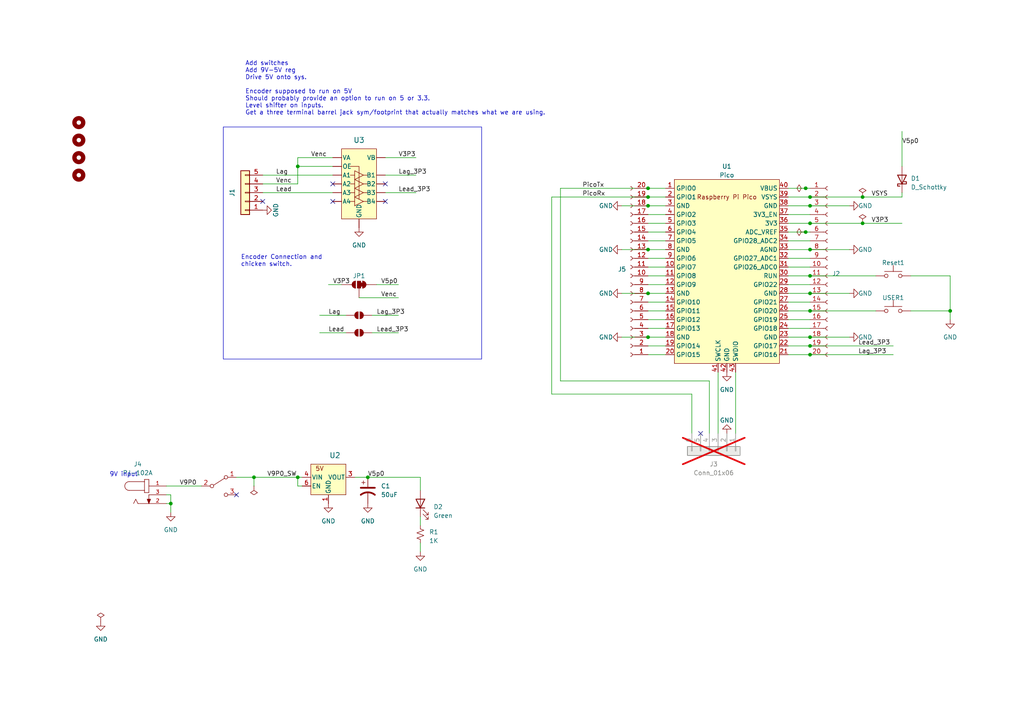
<source format=kicad_sch>
(kicad_sch (version 20230121) (generator eeschema)
  (paper "A4")
  (lib_symbols
    (symbol "Connector:Conn_01x20_Socket" (pin_names (offset 1.016) hide)
      (property "Reference" "J" (at 0 25.4 0))
      (property "Value" "Conn_01x20_Socket" (at 0 -27.94 0))
      (symbol "Conn_01x20_Socket_1_1"
        (arc (start 0 -24.892) (mid -0.5058 -25.4) (end 0 -25.908) (stroke (width 0.1524)))
        (arc (start 0 -22.352) (mid -0.5058 -22.86) (end 0 -23.368) (stroke (width 0.1524)))
        (arc (start 0 -19.812) (mid -0.5058 -20.32) (end 0 -20.828) (stroke (width 0.1524)))
        (arc (start 0 -17.272) (mid -0.5058 -17.78) (end 0 -18.288) (stroke (width 0.1524)))
        (arc (start 0 -14.732) (mid -0.5058 -15.24) (end 0 -15.748) (stroke (width 0.1524)))
        (arc (start 0 -12.192) (mid -0.5058 -12.7) (end 0 -13.208) (stroke (width 0.1524)))
        (arc (start 0 -9.652) (mid -0.5058 -10.16) (end 0 -10.668) (stroke (width 0.1524)))
        (arc (start 0 -7.112) (mid -0.5058 -7.62) (end 0 -8.128) (stroke (width 0.1524)))
        (arc (start 0 -4.572) (mid -0.5058 -5.08) (end 0 -5.588) (stroke (width 0.1524)))
        (arc (start 0 -2.032) (mid -0.5058 -2.54) (end 0 -3.048) (stroke (width 0.1524)))
        (polyline (pts (xy -1.27 -25.4) (xy -0.508 -25.4)) (stroke (width 0.1524)))
        (polyline (pts (xy -1.27 -22.86) (xy -0.508 -22.86)) (stroke (width 0.1524)))
        (polyline (pts (xy -1.27 -20.32) (xy -0.508 -20.32)) (stroke (width 0.1524)))
        (polyline (pts (xy -1.27 -17.78) (xy -0.508 -17.78)) (stroke (width 0.1524)))
        (polyline (pts (xy -1.27 -15.24) (xy -0.508 -15.24)) (stroke (width 0.1524)))
        (polyline (pts (xy -1.27 -12.7) (xy -0.508 -12.7)) (stroke (width 0.1524)))
        (polyline (pts (xy -1.27 -10.16) (xy -0.508 -10.16)) (stroke (width 0.1524)))
        (polyline (pts (xy -1.27 -7.62) (xy -0.508 -7.62)) (stroke (width 0.1524)))
        (polyline (pts (xy -1.27 -5.08) (xy -0.508 -5.08)) (stroke (width 0.1524)))
        (polyline (pts (xy -1.27 -2.54) (xy -0.508 -2.54)) (stroke (width 0.1524)))
        (polyline (pts (xy -1.27 0) (xy -0.508 0)) (stroke (width 0.1524)))
        (polyline (pts (xy -1.27 2.54) (xy -0.508 2.54)) (stroke (width 0.1524)))
        (polyline (pts (xy -1.27 5.08) (xy -0.508 5.08)) (stroke (width 0.1524)))
        (polyline (pts (xy -1.27 7.62) (xy -0.508 7.62)) (stroke (width 0.1524)))
        (polyline (pts (xy -1.27 10.16) (xy -0.508 10.16)) (stroke (width 0.1524)))
        (polyline (pts (xy -1.27 12.7) (xy -0.508 12.7)) (stroke (width 0.1524)))
        (polyline (pts (xy -1.27 15.24) (xy -0.508 15.24)) (stroke (width 0.1524)))
        (polyline (pts (xy -1.27 17.78) (xy -0.508 17.78)) (stroke (width 0.1524)))
        (polyline (pts (xy -1.27 20.32) (xy -0.508 20.32)) (stroke (width 0.1524)))
        (polyline (pts (xy -1.27 22.86) (xy -0.508 22.86)) (stroke (width 0.1524)))
        (arc (start 0 0.508) (mid -0.5058 0) (end 0 -0.508) (stroke (width 0.1524)))
        (arc (start 0 3.048) (mid -0.5058 2.54) (end 0 2.032) (stroke (width 0.1524)))
        (arc (start 0 5.588) (mid -0.5058 5.08) (end 0 4.572) (stroke (width 0.1524)))
        (arc (start 0 8.128) (mid -0.5058 7.62) (end 0 7.112) (stroke (width 0.1524)))
        (arc (start 0 10.668) (mid -0.5058 10.16) (end 0 9.652) (stroke (width 0.1524)))
        (arc (start 0 13.208) (mid -0.5058 12.7) (end 0 12.192) (stroke (width 0.1524)))
        (arc (start 0 15.748) (mid -0.5058 15.24) (end 0 14.732) (stroke (width 0.1524)))
        (arc (start 0 18.288) (mid -0.5058 17.78) (end 0 17.272) (stroke (width 0.1524)))
        (arc (start 0 20.828) (mid -0.5058 20.32) (end 0 19.812) (stroke (width 0.1524)))
        (arc (start 0 23.368) (mid -0.5058 22.86) (end 0 22.352) (stroke (width 0.1524)))
        (pin passive line (at -5.08 22.86 0) (length 3.81) (name "Pin_1") (number "1"))
        (pin passive line (at -5.08 0 0) (length 3.81) (name "Pin_10") (number "10"))
        (pin passive line (at -5.08 -2.54 0) (length 3.81) (name "Pin_11") (number "11"))
        (pin passive line (at -5.08 -5.08 0) (length 3.81) (name "Pin_12") (number "12"))
        (pin passive line (at -5.08 -7.62 0) (length 3.81) (name "Pin_13") (number "13"))
        (pin passive line (at -5.08 -10.16 0) (length 3.81) (name "Pin_14") (number "14"))
        (pin passive line (at -5.08 -12.7 0) (length 3.81) (name "Pin_15") (number "15"))
        (pin passive line (at -5.08 -15.24 0) (length 3.81) (name "Pin_16") (number "16"))
        (pin passive line (at -5.08 -17.78 0) (length 3.81) (name "Pin_17") (number "17"))
        (pin passive line (at -5.08 -20.32 0) (length 3.81) (name "Pin_18") (number "18"))
        (pin passive line (at -5.08 -22.86 0) (length 3.81) (name "Pin_19") (number "19"))
        (pin passive line (at -5.08 20.32 0) (length 3.81) (name "Pin_2") (number "2"))
        (pin passive line (at -5.08 -25.4 0) (length 3.81) (name "Pin_20") (number "20"))
        (pin passive line (at -5.08 17.78 0) (length 3.81) (name "Pin_3") (number "3"))
        (pin passive line (at -5.08 15.24 0) (length 3.81) (name "Pin_4") (number "4"))
        (pin passive line (at -5.08 12.7 0) (length 3.81) (name "Pin_5") (number "5"))
        (pin passive line (at -5.08 10.16 0) (length 3.81) (name "Pin_6") (number "6"))
        (pin passive line (at -5.08 7.62 0) (length 3.81) (name "Pin_7") (number "7"))
        (pin passive line (at -5.08 5.08 0) (length 3.81) (name "Pin_8") (number "8"))
        (pin passive line (at -5.08 2.54 0) (length 3.81) (name "Pin_9") (number "9"))
      )
    )
    (symbol "Connector_Generic:Conn_01x05" (pin_names (offset 1.016) hide)
      (property "Reference" "J" (at 0 7.62 0))
      (property "Value" "Conn_01x05" (at 0 -7.62 0))
      (symbol "Conn_01x05_1_1"
        (rectangle (start -1.27 -4.953) (end 0 -5.207) (stroke (width 0.1524)))
        (rectangle (start -1.27 -2.413) (end 0 -2.667) (stroke (width 0.1524)))
        (rectangle (start -1.27 0.127) (end 0 -0.127) (stroke (width 0.1524)))
        (rectangle (start -1.27 2.667) (end 0 2.413) (stroke (width 0.1524)))
        (rectangle (start -1.27 5.207) (end 0 4.953) (stroke (width 0.1524)))
        (rectangle (start -1.27 6.35) (end 1.27 -6.35) (stroke (width 0.254)) (fill (type background)))
        (pin passive line (at -5.08 5.08 0) (length 3.81) (name "Pin_1") (number "1"))
        (pin passive line (at -5.08 2.54 0) (length 3.81) (name "Pin_2") (number "2"))
        (pin passive line (at -5.08 0 0) (length 3.81) (name "Pin_3") (number "3"))
        (pin passive line (at -5.08 -2.54 0) (length 3.81) (name "Pin_4") (number "4"))
        (pin passive line (at -5.08 -5.08 0) (length 3.81) (name "Pin_5") (number "5"))
      )
    )
    (symbol "Connector_Generic:Conn_01x06" (pin_names (offset 1.016) hide)
      (property "Reference" "J" (at 0 7.62 0))
      (property "Value" "Conn_01x06" (at 0 -10.16 0))
      (symbol "Conn_01x06_1_1"
        (rectangle (start -1.27 -7.493) (end 0 -7.747) (stroke (width 0.1524)))
        (rectangle (start -1.27 -4.953) (end 0 -5.207) (stroke (width 0.1524)))
        (rectangle (start -1.27 -2.413) (end 0 -2.667) (stroke (width 0.1524)))
        (rectangle (start -1.27 0.127) (end 0 -0.127) (stroke (width 0.1524)))
        (rectangle (start -1.27 2.667) (end 0 2.413) (stroke (width 0.1524)))
        (rectangle (start -1.27 5.207) (end 0 4.953) (stroke (width 0.1524)))
        (rectangle (start -1.27 6.35) (end 1.27 -8.89) (stroke (width 0.254)) (fill (type background)))
        (pin passive line (at -5.08 5.08 0) (length 3.81) (name "Pin_1") (number "1"))
        (pin passive line (at -5.08 2.54 0) (length 3.81) (name "Pin_2") (number "2"))
        (pin passive line (at -5.08 0 0) (length 3.81) (name "Pin_3") (number "3"))
        (pin passive line (at -5.08 -2.54 0) (length 3.81) (name "Pin_4") (number "4"))
        (pin passive line (at -5.08 -5.08 0) (length 3.81) (name "Pin_5") (number "5"))
        (pin passive line (at -5.08 -7.62 0) (length 3.81) (name "Pin_6") (number "6"))
      )
    )
    (symbol "Device:C_Polarized_US" (pin_numbers hide) (pin_names (offset 0.254) hide)
      (property "Reference" "C" (at 0.635 2.54 0))
      (property "Value" "C_Polarized_US" (at 0.635 -2.54 0))
      (symbol "C_Polarized_US_0_1"
        (polyline (pts (xy -2.032 0.762) (xy 2.032 0.762)) (stroke (width 0.508)))
        (polyline (pts (xy -1.778 2.286) (xy -0.762 2.286)))
        (polyline (pts (xy -1.27 1.778) (xy -1.27 2.794)))
        (arc (start 2.032 -1.27) (mid 0 -0.5572) (end -2.032 -1.27) (stroke (width 0.508)))
      )
      (symbol "C_Polarized_US_1_1"
        (pin passive line (at 0 3.81 270) (length 2.794) (name "~") (number "1"))
        (pin passive line (at 0 -3.81 90) (length 3.302) (name "~") (number "2"))
      )
    )
    (symbol "Device:D_Schottky" (pin_numbers hide) (pin_names (offset 1.016) hide)
      (property "Reference" "D" (at 0 2.54 0))
      (property "Value" "D_Schottky" (at 0 -2.54 0))
      (symbol "D_Schottky_0_1"
        (polyline (pts (xy 1.27 0) (xy -1.27 0)))
        (polyline (pts (xy 1.27 1.27) (xy 1.27 -1.27) (xy -1.27 0) (xy 1.27 1.27)) (stroke (width 0.254)))
        (polyline (pts (xy -1.905 0.635) (xy -1.905 1.27) (xy -1.27 1.27) (xy -1.27 -1.27) (xy -0.635 -1.27) (xy -0.635 -0.635)) (stroke (width 0.254)))
      )
      (symbol "D_Schottky_1_1"
        (pin passive line (at -3.81 0 0) (length 2.54) (name "K") (number "1"))
        (pin passive line (at 3.81 0 180) (length 2.54) (name "A") (number "2"))
      )
    )
    (symbol "Device:LED" (pin_numbers hide) (pin_names (offset 1.016) hide)
      (property "Reference" "D" (at 0 2.54 0))
      (property "Value" "LED" (at 0 -2.54 0))
      (symbol "LED_0_1"
        (polyline (pts (xy -1.27 -1.27) (xy -1.27 1.27)) (stroke (width 0.254)))
        (polyline (pts (xy -1.27 0) (xy 1.27 0)))
        (polyline (pts (xy 1.27 -1.27) (xy 1.27 1.27) (xy -1.27 0) (xy 1.27 -1.27)) (stroke (width 0.254)))
        (polyline (pts (xy -3.048 -0.762) (xy -4.572 -2.286) (xy -3.81 -2.286) (xy -4.572 -2.286) (xy -4.572 -1.524)))
        (polyline (pts (xy -1.778 -0.762) (xy -3.302 -2.286) (xy -2.54 -2.286) (xy -3.302 -2.286) (xy -3.302 -1.524)))
      )
      (symbol "LED_1_1"
        (pin passive line (at -3.81 0 0) (length 2.54) (name "K") (number "1"))
        (pin passive line (at 3.81 0 180) (length 2.54) (name "A") (number "2"))
      )
    )
    (symbol "Device:R_Small_US" (pin_numbers hide) (pin_names (offset 0.254) hide)
      (property "Reference" "R" (at 0.762 0.508 0))
      (property "Value" "R_Small_US" (at 0.762 -1.016 0))
      (symbol "R_Small_US_1_1"
        (polyline (pts (xy 0 0) (xy 1.016 -0.381) (xy 0 -0.762) (xy -1.016 -1.143) (xy 0 -1.524)))
        (polyline (pts (xy 0 1.524) (xy 1.016 1.143) (xy 0 0.762) (xy -1.016 0.381) (xy 0 0)))
        (pin passive line (at 0 2.54 270) (length 1.016) (name "~") (number "1"))
        (pin passive line (at 0 -2.54 90) (length 1.016) (name "~") (number "2"))
      )
    )
    (symbol "Jumper:SolderJumper_2_Open" (pin_numbers hide) (pin_names (offset 0) hide)
      (property "Reference" "JP" (at 0 2.032 0))
      (property "Value" "SolderJumper_2_Open" (at 0 -2.54 0))
      (symbol "SolderJumper_2_Open_0_1"
        (arc (start -0.254 1.016) (mid -1.2656 0) (end -0.254 -1.016))
        (arc (start -0.254 1.016) (mid -1.2656 0) (end -0.254 -1.016) (fill (type outline)))
        (polyline (pts (xy -0.254 1.016) (xy -0.254 -1.016)))
        (polyline (pts (xy 0.254 1.016) (xy 0.254 -1.016)))
        (arc (start 0.254 -1.016) (mid 1.2656 0) (end 0.254 1.016))
        (arc (start 0.254 -1.016) (mid 1.2656 0) (end 0.254 1.016) (fill (type outline)))
      )
      (symbol "SolderJumper_2_Open_1_1"
        (pin passive line (at -3.81 0 0) (length 2.54) (name "A") (number "1"))
        (pin passive line (at 3.81 0 180) (length 2.54) (name "B") (number "2"))
      )
    )
    (symbol "Jumper:SolderJumper_3_Bridged12" (pin_numbers hide) (pin_names (offset 0) hide)
      (property "Reference" "JP" (at -2.54 -2.54 0))
      (property "Value" "SolderJumper_3_Bridged12" (at 0 2.794 0))
      (symbol "SolderJumper_3_Bridged12_0_1"
        (rectangle (start -1.016 0.508) (end -0.508 -0.508) (fill (type outline)))
        (arc (start -1.016 1.016) (mid -2.0276 0) (end -1.016 -1.016))
        (arc (start -1.016 1.016) (mid -2.0276 0) (end -1.016 -1.016) (fill (type outline)))
        (rectangle (start -0.508 1.016) (end 0.508 -1.016) (fill (type outline)))
        (polyline (pts (xy -2.54 0) (xy -2.032 0)))
        (polyline (pts (xy -1.016 1.016) (xy -1.016 -1.016)))
        (polyline (pts (xy 0 -1.27) (xy 0 -1.016)))
        (polyline (pts (xy 1.016 1.016) (xy 1.016 -1.016)))
        (polyline (pts (xy 2.54 0) (xy 2.032 0)))
        (arc (start 1.016 -1.016) (mid 2.0276 0) (end 1.016 1.016))
        (arc (start 1.016 -1.016) (mid 2.0276 0) (end 1.016 1.016) (fill (type outline)))
      )
      (symbol "SolderJumper_3_Bridged12_1_1"
        (pin passive line (at -5.08 0 0) (length 2.54) (name "A") (number "1"))
        (pin passive line (at 0 -3.81 90) (length 2.54) (name "C") (number "2"))
        (pin passive line (at 5.08 0 180) (length 2.54) (name "B") (number "3"))
      )
    )
    (symbol "Local:LDL212PU50R" (pin_names (offset 0.254))
      (property "Reference" "U" (at 17.78 2.54 0))
      (symbol "LDL212PU50R_1_1"
        (rectangle (start 7.62 1.27) (end 17.78 -7.62) (fill (type background)))
        (text "5V" (at 10.16 0 0) (effects (font (size 1.27 1.27))))
        (pin power_in line (at 12.7 -10.16 90) (length 2.54) (name "GND") (number "1"))
        (pin input line (at 20.32 -2.54 180) (length 2.54) hide (name "ADJ/sense") (number "2"))
        (pin power_out line (at 20.32 -2.54 180) (length 2.54) (name "VOUT") (number "3"))
        (pin power_in line (at 5.08 -2.54 0) (length 2.54) (name "VIN") (number "4"))
        (pin no_connect line (at 20.32 -5.08 180) (length 2.54) hide (name "NC") (number "5"))
        (pin input line (at 5.08 -5.08 0) (length 2.54) (name "EN") (number "6"))
        (pin power_in line (at 12.7 -10.16 90) (length 2.54) hide (name "GND") (number "7"))
      )
    )
    (symbol "Local:PJ-102A" (pin_names (offset 1.016))
      (property "Reference" "J" (at -7.6247 5.0831 0))
      (property "Value" "PJ-102A" (at -7.6284 -5.0856 0))
      (symbol "PJ-102A_0_0"
        (arc (start -5.715 3.81) (mid -6.9795 2.54) (end -5.715 1.27) (stroke (width 0.1524)))
        (polyline (pts (xy -5.715 3.81) (xy -1.27 3.81)) (stroke (width 0.1524)))
        (polyline (pts (xy -3.81 -1.27) (xy -4.445 -2.54)) (stroke (width 0.1524)))
        (polyline (pts (xy -3.175 -2.54) (xy -3.81 -1.27)) (stroke (width 0.1524)))
        (polyline (pts (xy -1.27 0.635) (xy 0 0.635)) (stroke (width 0.1524)))
        (polyline (pts (xy -1.27 1.27) (xy -5.715 1.27)) (stroke (width 0.1524)))
        (polyline (pts (xy -1.27 1.27) (xy -1.27 0.635)) (stroke (width 0.1524)))
        (polyline (pts (xy -1.27 3.81) (xy -1.27 1.27)) (stroke (width 0.1524)))
        (polyline (pts (xy -1.27 4.445) (xy -1.27 3.81)) (stroke (width 0.1524)))
        (polyline (pts (xy 0 -2.54) (xy -3.175 -2.54)) (stroke (width 0.1524)))
        (polyline (pts (xy 0 0) (xy 0 -2.54)) (stroke (width 0.1524)))
        (polyline (pts (xy 0 0.635) (xy 0 4.445)) (stroke (width 0.1524)))
        (polyline (pts (xy 0 4.445) (xy -1.27 4.445)) (stroke (width 0.1524)))
        (polyline (pts (xy 0 -2.54) (xy -0.508 -1.27) (xy 0.508 -1.27) (xy 0 -2.54)) (stroke (width 0.1524)) (fill (type outline)))
        (pin passive line (at 5.08 2.54 180) (length 5.08) (name "~") (number "1"))
        (pin passive line (at 5.08 -2.54 180) (length 5.08) (name "~") (number "2"))
        (pin passive line (at 5.08 0 180) (length 5.08) (name "~") (number "3"))
      )
    )
    (symbol "Local:SmallPushbutton" (pin_numbers hide) (pin_names (offset 1.016) hide)
      (property "Reference" "SW" (at 1.27 2.54 0))
      (property "Value" "SmallPushbutton" (at 0 -1.524 0))
      (symbol "SmallPushbutton_0_1"
        (circle (center -2.032 0) (radius 0.508))
        (polyline (pts (xy 0 1.27) (xy 0 3.048)))
        (polyline (pts (xy 2.54 1.27) (xy -2.54 1.27)))
        (circle (center 2.032 0) (radius 0.508))
        (pin passive line (at -5.08 0 0) (length 2.54) (name "1") (number "1"))
      )
      (symbol "SmallPushbutton_1_1"
        (pin passive line (at -5.08 0 0) (length 2.54) hide (name "2") (number "2"))
        (pin passive line (at 5.08 0 180) (length 2.54) (name "3") (number "3"))
        (pin passive line (at 5.08 0 180) (length 2.54) hide (name "4") (number "4"))
      )
    )
    (symbol "Local:TXU0104BQAR" (pin_numbers hide) (pin_names (offset 0.254))
      (property "Reference" "U" (at 8.89 21.59 0))
      (symbol "TXU0104BQAR_1_1"
        (polyline (pts (xy 3.81 5.08) (xy 2.54 5.08)))
        (polyline (pts (xy 3.81 7.62) (xy 2.54 7.62)))
        (polyline (pts (xy 3.81 10.16) (xy 2.54 10.16)))
        (polyline (pts (xy 3.81 12.7) (xy 2.54 12.7)))
        (polyline (pts (xy 6.35 5.08) (xy 7.62 5.08)))
        (polyline (pts (xy 6.35 7.62) (xy 7.62 7.62)))
        (polyline (pts (xy 6.35 10.16) (xy 7.62 10.16)))
        (polyline (pts (xy 6.35 12.7) (xy 7.62 12.7)))
        (polyline (pts (xy 5.08 5.715) (xy 5.08 15.24) (xy 2.54 15.24)))
        (polyline (pts (xy 3.81 3.81) (xy 3.81 6.35) (xy 6.35 5.08) (xy 3.81 3.81)))
        (polyline (pts (xy 3.81 6.35) (xy 3.81 8.89) (xy 6.35 7.62) (xy 3.81 6.35)))
        (polyline (pts (xy 3.81 8.89) (xy 3.81 11.43) (xy 6.35 10.16) (xy 3.81 8.89)))
        (polyline (pts (xy 3.81 11.43) (xy 3.81 13.97) (xy 6.35 12.7) (xy 3.81 11.43)))
        (rectangle (start 0 20.32) (end 10.16 0) (fill (type background)))
        (pin input line (at -2.54 17.78 0) (length 2.54) (name "VA") (number "1"))
        (pin input line (at 12.7 5.08 180) (length 2.54) (name "B4") (number "10"))
        (pin input line (at 12.7 7.62 180) (length 2.54) (name "B3") (number "11"))
        (pin input line (at 12.7 10.16 180) (length 2.54) (name "B2") (number "12"))
        (pin input line (at 12.7 12.7 180) (length 2.54) (name "B1") (number "13"))
        (pin input line (at 12.7 17.78 180) (length 2.54) (name "VB") (number "14"))
        (pin power_in line (at 5.08 -2.54 90) (length 2.54) hide (name "GND") (number "15"))
        (pin input line (at -2.54 12.7 0) (length 2.54) (name "A1") (number "2"))
        (pin input line (at -2.54 10.16 0) (length 2.54) (name "A2") (number "3"))
        (pin input line (at -2.54 7.62 0) (length 2.54) (name "A3") (number "4"))
        (pin input line (at -2.54 5.08 0) (length 2.54) (name "A4") (number "5"))
        (pin power_in line (at 5.08 -2.54 90) (length 2.54) (name "GND") (number "7"))
        (pin input line (at -2.54 15.24 0) (length 2.54) (name "OE") (number "8"))
        (pin no_connect line (at 12.7 15.24 180) (length 2.54) hide (name "") (number "9"))
      )
    )
    (symbol "MCU_RaspberryPi_and_Boards:Pico"
      (property "Reference" "U1" (at 0 30.48 0))
      (property "Value" "Pico" (at 0 27.94 0))
      (symbol "Pico_0_0"
        (text "Raspberry Pi Pico" (at 0 21.59 0) (effects (font (size 1.27 1.27))))
      )
      (symbol "Pico_0_1"
        (rectangle (start -15.24 26.67) (end 15.24 -26.67) (fill (type background)))
      )
      (symbol "Pico_1_1"
        (pin bidirectional line (at -17.78 24.13 0) (length 2.54) (name "GPIO0") (number "1"))
        (pin bidirectional line (at -17.78 1.27 0) (length 2.54) (name "GPIO7") (number "10"))
        (pin bidirectional line (at -17.78 -1.27 0) (length 2.54) (name "GPIO8") (number "11"))
        (pin bidirectional line (at -17.78 -3.81 0) (length 2.54) (name "GPIO9") (number "12"))
        (pin power_in line (at -17.78 -6.35 0) (length 2.54) (name "GND") (number "13"))
        (pin bidirectional line (at -17.78 -8.89 0) (length 2.54) (name "GPIO10") (number "14"))
        (pin bidirectional line (at -17.78 -11.43 0) (length 2.54) (name "GPIO11") (number "15"))
        (pin bidirectional line (at -17.78 -13.97 0) (length 2.54) (name "GPIO12") (number "16"))
        (pin bidirectional line (at -17.78 -16.51 0) (length 2.54) (name "GPIO13") (number "17"))
        (pin power_in line (at -17.78 -19.05 0) (length 2.54) (name "GND") (number "18"))
        (pin bidirectional line (at -17.78 -21.59 0) (length 2.54) (name "GPIO14") (number "19"))
        (pin bidirectional line (at -17.78 21.59 0) (length 2.54) (name "GPIO1") (number "2"))
        (pin bidirectional line (at -17.78 -24.13 0) (length 2.54) (name "GPIO15") (number "20"))
        (pin bidirectional line (at 17.78 -24.13 180) (length 2.54) (name "GPIO16") (number "21"))
        (pin bidirectional line (at 17.78 -21.59 180) (length 2.54) (name "GPIO17") (number "22"))
        (pin power_in line (at 17.78 -19.05 180) (length 2.54) (name "GND") (number "23"))
        (pin bidirectional line (at 17.78 -16.51 180) (length 2.54) (name "GPIO18") (number "24"))
        (pin bidirectional line (at 17.78 -13.97 180) (length 2.54) (name "GPIO19") (number "25"))
        (pin bidirectional line (at 17.78 -11.43 180) (length 2.54) (name "GPIO20") (number "26"))
        (pin bidirectional line (at 17.78 -8.89 180) (length 2.54) (name "GPIO21") (number "27"))
        (pin power_in line (at 17.78 -6.35 180) (length 2.54) (name "GND") (number "28"))
        (pin bidirectional line (at 17.78 -3.81 180) (length 2.54) (name "GPIO22") (number "29"))
        (pin power_in line (at -17.78 19.05 0) (length 2.54) (name "GND") (number "3"))
        (pin input line (at 17.78 -1.27 180) (length 2.54) (name "RUN") (number "30"))
        (pin bidirectional line (at 17.78 1.27 180) (length 2.54) (name "GPIO26_ADC0") (number "31"))
        (pin bidirectional line (at 17.78 3.81 180) (length 2.54) (name "GPIO27_ADC1") (number "32"))
        (pin power_in line (at 17.78 6.35 180) (length 2.54) (name "AGND") (number "33"))
        (pin bidirectional line (at 17.78 8.89 180) (length 2.54) (name "GPIO28_ADC2") (number "34"))
        (pin power_in line (at 17.78 11.43 180) (length 2.54) (name "ADC_VREF") (number "35"))
        (pin power_in line (at 17.78 13.97 180) (length 2.54) (name "3V3") (number "36"))
        (pin input line (at 17.78 16.51 180) (length 2.54) (name "3V3_EN") (number "37"))
        (pin power_in line (at 17.78 19.05 180) (length 2.54) (name "GND") (number "38"))
        (pin power_in line (at 17.78 21.59 180) (length 2.54) (name "VSYS") (number "39"))
        (pin bidirectional line (at -17.78 16.51 0) (length 2.54) (name "GPIO2") (number "4"))
        (pin power_in line (at 17.78 24.13 180) (length 2.54) (name "VBUS") (number "40"))
        (pin input line (at -2.54 -29.21 90) (length 2.54) (name "SWCLK") (number "41"))
        (pin power_in line (at 0 -29.21 90) (length 2.54) (name "GND") (number "42"))
        (pin bidirectional line (at 2.54 -29.21 90) (length 2.54) (name "SWDIO") (number "43"))
        (pin bidirectional line (at -17.78 13.97 0) (length 2.54) (name "GPIO3") (number "5"))
        (pin bidirectional line (at -17.78 11.43 0) (length 2.54) (name "GPIO4") (number "6"))
        (pin bidirectional line (at -17.78 8.89 0) (length 2.54) (name "GPIO5") (number "7"))
        (pin power_in line (at -17.78 6.35 0) (length 2.54) (name "GND") (number "8"))
        (pin bidirectional line (at -17.78 3.81 0) (length 2.54) (name "GPIO6") (number "9"))
      )
    )
    (symbol "Mechanical:MountingHole" (pin_names (offset 1.016))
      (property "Reference" "H" (at 0 5.08 0))
      (property "Value" "MountingHole" (at 0 3.175 0))
      (symbol "MountingHole_0_1"
        (circle (center 0 0) (radius 1.27) (stroke (width 1.27)))
      )
    )
    (symbol "SolderJumper_2_Open_1" (pin_numbers hide) (pin_names (offset 0) hide)
      (property "Reference" "JP" (at 0 2.032 0))
      (property "Value" "SolderJumper_2_Open" (at 0 -2.54 0))
      (symbol "SolderJumper_2_Open_1_0_1"
        (arc (start -0.254 1.016) (mid -1.2656 0) (end -0.254 -1.016))
        (arc (start -0.254 1.016) (mid -1.2656 0) (end -0.254 -1.016) (fill (type outline)))
        (polyline (pts (xy -0.254 1.016) (xy -0.254 -1.016)))
        (polyline (pts (xy 0.254 1.016) (xy 0.254 -1.016)))
        (arc (start 0.254 -1.016) (mid 1.2656 0) (end 0.254 1.016))
        (arc (start 0.254 -1.016) (mid 1.2656 0) (end 0.254 1.016) (fill (type outline)))
      )
      (symbol "SolderJumper_2_Open_1_1_1"
        (pin passive line (at -3.81 0 0) (length 2.54) (name "A") (number "1"))
        (pin passive line (at 3.81 0 180) (length 2.54) (name "B") (number "2"))
      )
    )
    (symbol "Switch:SW_SPDT" (pin_names (offset 0) hide)
      (property "Reference" "SW" (at 0 4.318 0))
      (property "Value" "SW_SPDT" (at 0 -5.08 0))
      (symbol "SW_SPDT_0_0"
        (circle (center -2.032 0) (radius 0.508))
        (circle (center 2.032 -2.54) (radius 0.508))
      )
      (symbol "SW_SPDT_0_1"
        (polyline (pts (xy -1.524 0.254) (xy 1.651 2.286)))
        (circle (center 2.032 2.54) (radius 0.508))
      )
      (symbol "SW_SPDT_1_1"
        (pin passive line (at 5.08 2.54 180) (length 2.54) (name "A") (number "1"))
        (pin passive line (at -5.08 0 0) (length 2.54) (name "B") (number "2"))
        (pin passive line (at 5.08 -2.54 180) (length 2.54) (name "C") (number "3"))
      )
    )
    (symbol "power:GND" (power) (pin_names (offset 0))
      (property "Value" "GND" (at 0 -3.81 0))
      (symbol "GND_0_1"
        (polyline (pts (xy 0 0) (xy 0 -1.27) (xy 1.27 -1.27) (xy 0 -2.54) (xy -1.27 -1.27) (xy 0 -1.27)))
      )
      (symbol "GND_1_1"
        (pin power_in line (at 0 0 270) (length 0) hide (name "GND") (number "1"))
      )
    )
    (symbol "power:PWR_FLAG" (power) (pin_numbers hide) (pin_names (offset 0) hide)
      (property "Value" "PWR_FLAG" (at 0 3.81 0))
      (symbol "PWR_FLAG_0_0"
        (pin power_out line (at 0 0 90) (length 0) (name "pwr") (number "1"))
      )
      (symbol "PWR_FLAG_0_1"
        (polyline (pts (xy 0 0) (xy 0 1.27) (xy -1.016 1.905) (xy 0 2.54) (xy 1.016 1.905) (xy 0 1.27)))
      )
    )
  )
  (junction (at 73.66 138.43))
  (junction (at 49.53 146.05))
  (junction (at 234.95 90.17))
  (junction (at 86.36 138.43))
  (junction (at 86.36 48.26))
  (junction (at 234.95 100.33))
  (junction (at 234.95 72.39))
  (junction (at 233.68 67.31))
  (junction (at 234.95 64.77))
  (junction (at 187.96 97.79))
  (junction (at 106.68 138.43))
  (junction (at 234.95 80.01))
  (junction (at 187.96 59.69))
  (junction (at 250.19 57.15))
  (junction (at 250.19 64.77))
  (junction (at 187.96 72.39))
  (junction (at 233.68 54.61))
  (junction (at 234.95 85.09))
  (junction (at 187.96 85.09))
  (junction (at 234.95 59.69))
  (junction (at 234.95 57.15))
  (junction (at 275.59 90.17))
  (junction (at 187.96 57.15))
  (junction (at 234.95 102.87))
  (junction (at 234.95 97.79))
  (junction (at 187.96 54.61))
  (no_connect (at 96.52 53.34))
  (no_connect (at 203.2 125.73))
  (no_connect (at 76.2 58.42))
  (no_connect (at 111.76 53.34))
  (no_connect (at 96.52 58.42))
  (no_connect (at 68.58 143.51))
  (no_connect (at 111.76 58.42))
  (wire (pts (xy 234.95 64.77) (xy 250.19 64.77)))
  (wire (pts (xy 187.96 92.71) (xy 193.04 92.71)))
  (wire (pts (xy 87.63 140.97) (xy 86.36 140.97)))
  (wire (pts (xy 187.96 64.77) (xy 193.04 64.77)))
  (wire (pts (xy 234.95 102.87) (xy 259.08 102.87)))
  (wire (pts (xy 160.02 114.3) (xy 200.66 114.3)))
  (wire (pts (xy 234.95 97.79) (xy 246.38 97.79)))
  (wire (pts (xy 187.96 69.85) (xy 193.04 69.85)))
  (wire (pts (xy 213.36 107.95) (xy 213.36 125.73)))
  (wire (pts (xy 162.56 110.49) (xy 205.74 110.49)))
  (wire (pts (xy 250.19 64.77) (xy 261.62 64.77)))
  (wire (pts (xy 187.96 67.31) (xy 193.04 67.31)))
  (wire (pts (xy 228.6 59.69) (xy 234.95 59.69)))
  (wire (pts (xy 228.6 57.15) (xy 234.95 57.15)))
  (wire (pts (xy 187.96 87.63) (xy 193.04 87.63)))
  (wire (pts (xy 264.16 90.17) (xy 275.59 90.17)))
  (wire (pts (xy 228.6 62.23) (xy 234.95 62.23)))
  (wire (pts (xy 261.62 38.1) (xy 261.62 48.26)))
  (wire (pts (xy 109.22 82.55) (xy 115.57 82.55)))
  (wire (pts (xy 234.95 90.17) (xy 254 90.17)))
  (wire (pts (xy 187.96 85.09) (xy 193.04 85.09)))
  (wire (pts (xy 228.6 82.55) (xy 234.95 82.55)))
  (wire (pts (xy 234.95 72.39) (xy 246.38 72.39)))
  (wire (pts (xy 228.6 95.25) (xy 234.95 95.25)))
  (wire (pts (xy 86.36 138.43) (xy 87.63 138.43)))
  (wire (pts (xy 187.96 97.79) (xy 193.04 97.79)))
  (wire (pts (xy 49.53 146.05) (xy 49.53 143.51)))
  (wire (pts (xy 228.6 80.01) (xy 234.95 80.01)))
  (wire (pts (xy 76.2 55.88) (xy 96.52 55.88)))
  (wire (pts (xy 160.02 114.3) (xy 160.02 57.15)))
  (wire (pts (xy 228.6 92.71) (xy 234.95 92.71)))
  (wire (pts (xy 275.59 80.01) (xy 275.59 90.17)))
  (wire (pts (xy 228.6 72.39) (xy 234.95 72.39)))
  (wire (pts (xy 180.34 72.39) (xy 187.96 72.39)))
  (wire (pts (xy 102.87 138.43) (xy 106.68 138.43)))
  (wire (pts (xy 187.96 100.33) (xy 193.04 100.33)))
  (wire (pts (xy 228.6 100.33) (xy 234.95 100.33)))
  (wire (pts (xy 187.96 62.23) (xy 193.04 62.23)))
  (wire (pts (xy 121.92 149.86) (xy 121.92 152.4)))
  (wire (pts (xy 187.96 95.25) (xy 193.04 95.25)))
  (wire (pts (xy 264.16 80.01) (xy 275.59 80.01)))
  (wire (pts (xy 187.96 102.87) (xy 193.04 102.87)))
  (wire (pts (xy 49.53 148.59) (xy 49.53 146.05)))
  (wire (pts (xy 228.6 69.85) (xy 234.95 69.85)))
  (wire (pts (xy 228.6 54.61) (xy 233.68 54.61)))
  (wire (pts (xy 73.66 138.43) (xy 86.36 138.43)))
  (wire (pts (xy 228.6 74.93) (xy 234.95 74.93)))
  (wire (pts (xy 234.95 85.09) (xy 246.38 85.09)))
  (wire (pts (xy 48.26 146.05) (xy 49.53 146.05)))
  (wire (pts (xy 208.28 107.95) (xy 208.28 125.73)))
  (wire (pts (xy 121.92 157.48) (xy 121.92 160.02)))
  (wire (pts (xy 73.66 138.43) (xy 73.66 140.97)))
  (wire (pts (xy 104.14 86.36) (xy 115.57 86.36)))
  (wire (pts (xy 162.56 54.61) (xy 187.96 54.61)))
  (wire (pts (xy 261.62 55.88) (xy 261.62 57.15)))
  (wire (pts (xy 86.36 48.26) (xy 96.52 48.26)))
  (wire (pts (xy 68.58 138.43) (xy 73.66 138.43)))
  (wire (pts (xy 228.6 67.31) (xy 233.68 67.31)))
  (wire (pts (xy 228.6 64.77) (xy 234.95 64.77)))
  (wire (pts (xy 180.34 59.69) (xy 187.96 59.69)))
  (wire (pts (xy 275.59 90.17) (xy 275.59 92.71)))
  (wire (pts (xy 111.76 55.88) (xy 120.65 55.88)))
  (wire (pts (xy 261.62 57.15) (xy 250.19 57.15)))
  (wire (pts (xy 187.96 57.15) (xy 193.04 57.15)))
  (wire (pts (xy 228.6 102.87) (xy 234.95 102.87)))
  (wire (pts (xy 187.96 80.01) (xy 193.04 80.01)))
  (wire (pts (xy 76.2 53.34) (xy 86.36 53.34)))
  (wire (pts (xy 160.02 57.15) (xy 187.96 57.15)))
  (wire (pts (xy 48.26 140.97) (xy 58.42 140.97)))
  (wire (pts (xy 187.96 74.93) (xy 193.04 74.93)))
  (wire (pts (xy 228.6 77.47) (xy 234.95 77.47)))
  (wire (pts (xy 187.96 54.61) (xy 193.04 54.61)))
  (wire (pts (xy 92.71 96.52) (xy 100.33 96.52)))
  (wire (pts (xy 187.96 72.39) (xy 193.04 72.39)))
  (wire (pts (xy 228.6 87.63) (xy 234.95 87.63)))
  (wire (pts (xy 187.96 90.17) (xy 193.04 90.17)))
  (wire (pts (xy 76.2 50.8) (xy 96.52 50.8)))
  (wire (pts (xy 187.96 77.47) (xy 193.04 77.47)))
  (wire (pts (xy 187.96 59.69) (xy 193.04 59.69)))
  (wire (pts (xy 233.68 67.31) (xy 234.95 67.31)))
  (wire (pts (xy 200.66 114.3) (xy 200.66 125.73)))
  (wire (pts (xy 86.36 48.26) (xy 86.36 45.72)))
  (wire (pts (xy 180.34 85.09) (xy 187.96 85.09)))
  (wire (pts (xy 86.36 140.97) (xy 86.36 138.43)))
  (wire (pts (xy 107.95 91.44) (xy 115.57 91.44)))
  (wire (pts (xy 205.74 110.49) (xy 205.74 125.73)))
  (wire (pts (xy 86.36 53.34) (xy 86.36 48.26)))
  (wire (pts (xy 107.95 96.52) (xy 115.57 96.52)))
  (wire (pts (xy 95.25 82.55) (xy 99.06 82.55)))
  (wire (pts (xy 106.68 138.43) (xy 121.92 138.43)))
  (wire (pts (xy 228.6 85.09) (xy 234.95 85.09)))
  (wire (pts (xy 111.76 50.8) (xy 120.65 50.8)))
  (wire (pts (xy 233.68 54.61) (xy 234.95 54.61)))
  (wire (pts (xy 228.6 97.79) (xy 234.95 97.79)))
  (wire (pts (xy 234.95 59.69) (xy 246.38 59.69)))
  (wire (pts (xy 234.95 80.01) (xy 254 80.01)))
  (wire (pts (xy 111.76 45.72) (xy 120.65 45.72)))
  (wire (pts (xy 121.92 138.43) (xy 121.92 142.24)))
  (wire (pts (xy 234.95 100.33) (xy 259.08 100.33)))
  (wire (pts (xy 162.56 110.49) (xy 162.56 54.61)))
  (wire (pts (xy 92.71 91.44) (xy 100.33 91.44)))
  (wire (pts (xy 86.36 45.72) (xy 96.52 45.72)))
  (wire (pts (xy 228.6 90.17) (xy 234.95 90.17)))
  (wire (pts (xy 187.96 82.55) (xy 193.04 82.55)))
  (wire (pts (xy 49.53 143.51) (xy 48.26 143.51)))
  (wire (pts (xy 234.95 57.15) (xy 250.19 57.15)))
  (wire (pts (xy 180.34 97.79) (xy 187.96 97.79)))
  (rectangle (start 64.77 36.83) (end 139.7 104.14))
  (text "Add switches\nAdd 9V-5V reg\nDrive 5V onto sys.\n\nEncoder supposed to run on 5V\nShould probably provide an option to run on 5 or 3.3.\nLevel shifter on inputs.\nGet a three terminal barrel jack sym/footprint that actually matches what we are using.\n\n" (at 71.12 35.56 0) (effects (font (size 1.27 1.27)) (justify left bottom)))
  (text "9V input" (at 31.75 138.43 0) (effects (font (size 1.27 1.27)) (justify left bottom)))
  (text "Encoder Connection and \nchicken switch." (at 69.85 77.47 0) (effects (font (size 1.27 1.27)) (justify left bottom)))
  (label "Lead_3P3" (at 248.92 100.33 0))
  (label "V3P3" (at 115.57 45.72 0))
  (label "Venc" (at 80.01 53.34 0))
  (label "V5p0" (at 106.68 138.43 0))
  (label "V3P3" (at 96.52 82.55 0))
  (label "VSYS" (at 252.73 57.15 0))
  (label "Lag_3P3" (at 248.92 102.87 0))
  (label "Lead_3P3" (at 115.57 55.88 0))
  (label "Lag" (at 80.01 50.8 0))
  (label "Lead_3P3" (at 109.22 96.52 0))
  (label "Lag" (at 95.25 91.44 0))
  (label "Lead" (at 80.01 55.88 0))
  (label "V9P0" (at 52.07 140.97 0))
  (label "Lead" (at 95.25 96.52 0))
  (label "Venc" (at 110.49 86.36 0))
  (label "V5p0" (at 110.49 82.55 0))
  (label "V9P0_SW" (at 77.47 138.43 0))
  (label "Lag_3P3" (at 115.57 50.8 0))
  (label "PicoRx" (at 168.91 57.15 0))
  (label "V3P3" (at 252.73 64.77 0))
  (label "Venc" (at 90.17 45.72 0))
  (label "V5p0" (at 261.62 41.91 0))
  (label "PicoTx" (at 168.91 54.61 0))
  (label "Lag_3P3" (at 109.22 91.44 0))
  (symbol (lib_id "Switch:SW_SPDT") (at 63.5 140.97 0) (unit 1)
    (property "Reference" "SW2" (effects hide))
    (property "Value" "SW_SPDT" (effects hide))
    (property "Footprint" "Library:CS12ANW03_NKK" (effects hide))
    (property "Digikey" "360-2131-ND" (effects hide))
  )
  (symbol (lib_id "power:GND") (at 246.38 59.69 90) (unit 1)
    (property "Reference" "#PWR017" (effects hide))
    (property "Value" "GND" (at 248.92 59.69 90) (effects (justify right)))
  )
  (symbol (lib_id "Connector_Generic:Conn_01x06") (at 208.28 130.81 270) (unit 1) (dnp yes)
    (property "Reference" "J3" (at 207.01 134.62 90))
    (property "Value" "Conn_01x06" (at 207.01 137.16 90))
    (property "Footprint" "Connector_PinHeader_2.54mm:PinHeader_1x06_P2.54mm_Horizontal" (effects hide))
  )
  (symbol (lib_id "power:PWR_FLAG") (at 250.19 64.77 0) (unit 1)
    (property "Reference" "#FLG02" (effects hide))
    (property "Value" "PWR_FLAG" (effects hide))
  )
  (symbol (lib_id "power:PWR_FLAG") (at 233.68 67.31 90) (unit 1)
    (property "Reference" "#FLG06" (effects hide))
    (property "Value" "PWR_FLAG" (effects hide))
  )
  (symbol (lib_id "Device:R_Small_US") (at 121.92 154.94 0) (unit 1)
    (property "Reference" "R1" (at 124.46 154.305 0) (effects (justify left)))
    (property "Value" "1K" (at 124.46 156.845 0) (effects (justify left)))
    (property "Footprint" "Resistor_THT:R_Axial_DIN0207_L6.3mm_D2.5mm_P10.16mm_Horizontal" (effects hide))
  )
  (symbol (lib_id "Jumper:SolderJumper_3_Bridged12") (at 104.14 82.55 0) (mirror y) (unit 1)
    (property "Reference" "JP1" (at 104.14 80.01 0))
    (property "Value" "SolderJumper_3_Bridged12" (effects hide))
    (property "Footprint" "Jumper:SolderJumper-3_P1.3mm_Bridged12_RoundedPad1.0x1.5mm" (effects hide))
  )
  (symbol (lib_id "Mechanical:MountingHole") (at 22.86 35.56 0) (unit 1)
    (property "Reference" "H1" (effects hide))
    (property "Value" "MountingHole" (effects hide))
    (property "Footprint" "MountingHole:MountingHole_3.2mm_M3" (effects hide))
  )
  (symbol (lib_id "MCU_RaspberryPi_and_Boards:Pico") (at 210.82 78.74 0) (unit 1)
    (property "Reference" "U1" (at 210.82 48.26 0))
    (property "Value" "Pico" (at 210.82 50.8 0))
    (property "Footprint" "MCU_RaspberryPi_and_Boards:RPi_Pico_SMD_TH" (effects hide))
    (property "Digikey" "2648-SC0915TR-ND" (effects hide))
  )
  (symbol (lib_id "Device:C_Polarized_US") (at 106.68 142.24 0) (unit 1)
    (property "Reference" "C1" (at 110.49 140.97 0) (effects (justify left)))
    (property "Value" "50uF" (at 110.49 143.51 0) (effects (justify left)))
    (property "Footprint" "Capacitor_THT:CP_Radial_D8.0mm_P2.50mm" (effects hide))
  )
  (symbol (lib_id "power:GND") (at 49.53 148.59 0) (unit 1)
    (property "Reference" "#PWR011" (effects hide))
    (property "Value" "GND" (at 49.53 153.67 0))
  )
  (symbol (lib_id "power:GND") (at 210.82 125.73 180) (unit 1)
    (property "Reference" "#PWR03" (effects hide))
    (property "Value" "GND" (at 210.82 121.92 0))
  )
  (symbol (lib_id "Connector:Conn_01x20_Socket") (at 182.88 80.01 180) (unit 1)
    (property "Reference" "J5" (at 181.61 78.105 0) (effects (justify left)))
    (property "Value" "Conn_01x20_Socket" (effects hide))
    (property "Footprint" "Connector_PinHeader_2.54mm:PinHeader_1x20_P2.54mm_Vertical" (effects hide))
    (property "Digikey" "1568-PRT-17907-ND" (effects hide))
  )
  (symbol (lib_id "power:GND") (at 180.34 72.39 270) (unit 1)
    (property "Reference" "#PWR07" (effects hide))
    (property "Value" "GND" (at 177.8 72.39 90) (effects (justify right)))
  )
  (symbol (lib_id "Mechanical:MountingHole") (at 22.86 45.72 0) (unit 1)
    (property "Reference" "H3" (effects hide))
    (property "Value" "MountingHole" (effects hide))
    (property "Footprint" "MountingHole:MountingHole_3.2mm_M3" (effects hide))
  )
  (symbol (lib_id "power:GND") (at 246.38 72.39 90) (unit 1)
    (property "Reference" "#PWR09" (effects hide))
    (property "Value" "GND" (at 248.92 72.39 90) (effects (justify right)))
  )
  (symbol (lib_id "Connector:Conn_01x20_Socket") (at 240.03 77.47 0) (unit 1)
    (property "Reference" "J2" (at 241.3 79.375 0) (effects (justify left)))
    (property "Value" "Conn_01x20_Socket" (effects hide))
    (property "Footprint" "Connector_PinHeader_2.54mm:PinHeader_1x20_P2.54mm_Vertical" (effects hide))
    (property "Digikey" "1568-PRT-17907-ND" (effects hide))
  )
  (symbol (lib_id "power:PWR_FLAG") (at 250.19 57.15 0) (unit 1)
    (property "Reference" "#FLG01" (effects hide))
    (property "Value" "PWR_FLAG" (effects hide))
  )
  (symbol (lib_id "power:GND") (at 95.25 146.05 0) (unit 1)
    (property "Reference" "#PWR012" (effects hide))
    (property "Value" "GND" (at 95.25 151.13 0))
  )
  (symbol (lib_id "Device:D_Schottky") (at 261.62 52.07 90) (unit 1)
    (property "Reference" "D1" (at 264.16 51.7525 90) (effects (justify right)))
    (property "Value" "D_Schottky" (at 264.16 54.2925 90) (effects (justify right)))
    (property "Footprint" "Diode_THT:D_DO-41_SOD81_P7.62mm_Horizontal" (effects hide))
    (property "Digikey" "1N5817-E3/54GITR-ND" (effects hide))
  )
  (symbol (lib_id "Local:PJ-102A") (at 43.18 143.51 0) (unit 1)
    (property "Reference" "J4" (at 39.9442 134.62 0))
    (property "Value" "PJ-102A" (at 39.9442 137.16 0))
    (property "Footprint" "Connector_BarrelJack:BarrelJack_CUI_PJ-102AH_Horizontal" (effects hide))
    (property "STANDARD" "Manufacturer recommendations" (effects hide))
    (property "PART_REV" "1.03" (effects hide))
    (property "MANUFACTURER" "CUI INC" (effects hide))
    (property "Vendor" "PJ-102AH" (effects hide))
  )
  (symbol (lib_id "power:PWR_FLAG") (at 29.21 180.34 0) (unit 1)
    (property "Reference" "#FLG04" (effects hide))
    (property "Value" "PWR_FLAG" (effects hide))
  )
  (symbol (lib_id "power:GND") (at 275.59 92.71 0) (unit 1)
    (property "Reference" "#PWR01" (effects hide))
    (property "Value" "GND" (at 275.59 97.79 0))
  )
  (symbol (lib_id "Mechanical:MountingHole") (at 22.86 40.64 0) (unit 1)
    (property "Reference" "H2" (effects hide))
    (property "Value" "MountingHole" (effects hide))
    (property "Footprint" "MountingHole:MountingHole_3.2mm_M3" (effects hide))
  )
  (symbol (lib_id "power:GND") (at 106.68 146.05 0) (unit 1)
    (property "Reference" "#PWR013" (effects hide))
    (property "Value" "GND" (at 106.68 151.13 0))
  )
  (symbol (lib_id "power:GND") (at 246.38 97.79 90) (unit 1)
    (property "Reference" "#PWR04" (effects hide))
    (property "Value" "GND" (at 248.92 97.79 90) (effects (justify right)))
  )
  (symbol (lib_id "Local:SmallPushbutton") (at 259.08 90.17 0) (unit 1)
    (property "Reference" "USER1" (at 259.08 86.36 0))
    (property "Value" "SmallPushbutton" (effects hide))
    (property "Footprint" "Library:SW4_1825910-B_TEC" (effects hide))
  )
  (symbol (lib_id "Local:LDL212PU50R") (at 82.55 135.89 0) (unit 1)
    (property "Reference" "U2" (at 97.155 132.08 0) (effects (font (size 1.524 1.524))))
    (property "Value" "LDL212PU50R" (effects hide))
    (property "Footprint" "Package_DFN_QFN:DFN-6-1EP_3x3mm_P0.95mm_EP1.7x2.6mm" (effects hide))
    (property "Datasheet" "LDL212PU50R" (effects hide))
  )
  (symbol (lib_id "Device:LED") (at 121.92 146.05 90) (unit 1)
    (property "Reference" "D2" (at 125.73 147.0025 90) (effects (justify right)))
    (property "Value" "Green" (at 125.73 149.5425 90) (effects (justify right)))
    (property "Footprint" "LED_THT:LED_D5.0mm" (effects hide))
  )
  (symbol (lib_name "SolderJumper_2_Open_1") (lib_id "Jumper:SolderJumper_2_Open") (at 104.14 91.44 0) (unit 1)
    (property "Reference" "JP2" (effects hide))
    (property "Value" "SolderJumper_2_Open" (effects hide))
    (property "Footprint" "Jumper:SolderJumper-2_P1.3mm_Open_RoundedPad1.0x1.5mm" (effects hide))
  )
  (symbol (lib_id "Connector_Generic:Conn_01x05") (at 71.12 55.88 180) (unit 1)
    (property "Reference" "J1" (at 67.31 55.88 90))
    (property "Value" "Conn_01x05" (effects hide))
    (property "Footprint" "Connector_PinHeader_2.54mm:PinHeader_1x05_P2.54mm_Horizontal" (effects hide))
    (property "Digikey" "WM4903-ND" (effects hide))
  )
  (symbol (lib_id "power:GND") (at 76.2 60.96 90) (unit 1)
    (property "Reference" "#PWR05" (effects hide))
    (property "Value" "GND" (at 80.01 60.96 0))
  )
  (symbol (lib_id "power:GND") (at 180.34 59.69 270) (unit 1)
    (property "Reference" "#PWR06" (effects hide))
    (property "Value" "GND" (at 177.8 59.69 90) (effects (justify right)))
  )
  (symbol (lib_id "Mechanical:MountingHole") (at 22.86 50.8 0) (unit 1)
    (property "Reference" "H4" (effects hide))
    (property "Value" "MountingHole" (effects hide))
    (property "Footprint" "MountingHole:MountingHole_3.2mm_M3" (effects hide))
  )
  (symbol (lib_id "power:GND") (at 180.34 85.09 270) (unit 1)
    (property "Reference" "#PWR018" (effects hide))
    (property "Value" "GND" (at 177.8 85.09 90) (effects (justify right)))
  )
  (symbol (lib_id "Local:TXU0104BQAR") (at 99.06 63.5 0) (unit 1)
    (property "Reference" "U3" (at 104.14 40.64 0) (effects (font (size 1.524 1.524))))
    (property "Value" "TXU0104BQAR" (effects hide))
    (property "Footprint" "Library:U_TXU0104_TEX" (effects hide))
    (property "Datasheet" "TXU0104BQAR" (effects hide))
  )
  (symbol (lib_id "power:GND") (at 29.21 180.34 0) (unit 1)
    (property "Reference" "#PWR015" (effects hide))
    (property "Value" "GND" (at 29.21 185.42 0))
  )
  (symbol (lib_id "power:GND") (at 104.14 66.04 0) (unit 1)
    (property "Reference" "#PWR016" (effects hide))
    (property "Value" "GND" (at 104.14 71.12 0))
  )
  (symbol (lib_id "power:GND") (at 246.38 85.09 90) (unit 1)
    (property "Reference" "#PWR010" (effects hide))
    (property "Value" "GND" (at 248.92 85.09 90) (effects (justify right)))
  )
  (symbol (lib_id "power:PWR_FLAG") (at 73.66 140.97 180) (unit 1)
    (property "Reference" "#FLG03" (effects hide))
    (property "Value" "PWR_FLAG" (effects hide))
  )
  (symbol (lib_id "power:PWR_FLAG") (at 233.68 54.61 90) (unit 1)
    (property "Reference" "#FLG05" (effects hide))
    (property "Value" "PWR_FLAG" (effects hide))
  )
  (symbol (lib_id "power:GND") (at 180.34 97.79 270) (unit 1)
    (property "Reference" "#PWR08" (effects hide))
    (property "Value" "GND" (at 177.8 97.79 90) (effects (justify right)))
  )
  (symbol (lib_id "power:GND") (at 210.82 107.95 0) (unit 1)
    (property "Reference" "#PWR02" (effects hide))
    (property "Value" "GND" (at 210.82 113.03 0))
  )
  (symbol (lib_id "Jumper:SolderJumper_2_Open") (at 104.14 96.52 0) (unit 1)
    (property "Reference" "JP3" (effects hide))
    (property "Value" "SolderJumper_2_Open" (effects hide))
    (property "Footprint" "Jumper:SolderJumper-2_P1.3mm_Open_RoundedPad1.0x1.5mm" (effects hide))
  )
  (symbol (lib_id "power:GND") (at 121.92 160.02 0) (unit 1)
    (property "Reference" "#PWR014" (effects hide))
    (property "Value" "GND" (at 121.92 165.1 0))
  )
  (symbol (lib_id "Local:SmallPushbutton") (at 259.08 80.01 0) (unit 1)
    (property "Reference" "Reset1" (at 259.08 76.2 0))
    (property "Value" "SmallPushbutton" (effects hide))
    (property "Footprint" "Library:SW4_1825910-B_TEC" (effects hide))
  )
)
</source>
